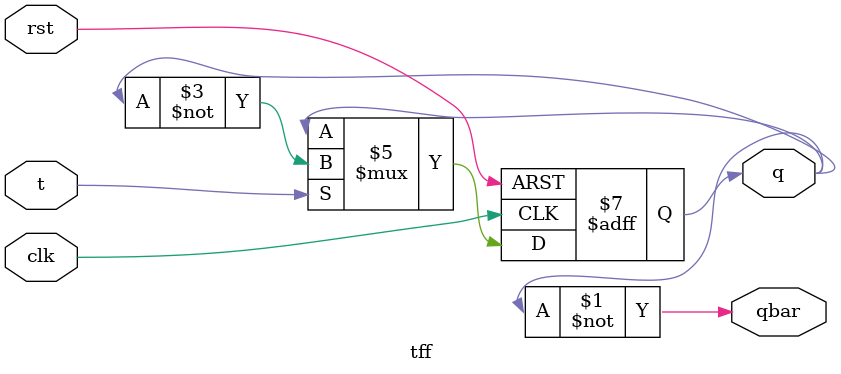
<source format=v>
module tff (t,clk,rst,q,qbar);
input t,clk,rst;
output q,qbar;
reg q;
wire qbar;
assign qbar = ~q;
always @ (posedge clk or posedge rst)
begin
if (rst)
q<=1'b0;
else if (t)
q <= ~q;
else
q <= q;
end
endmodule

</source>
